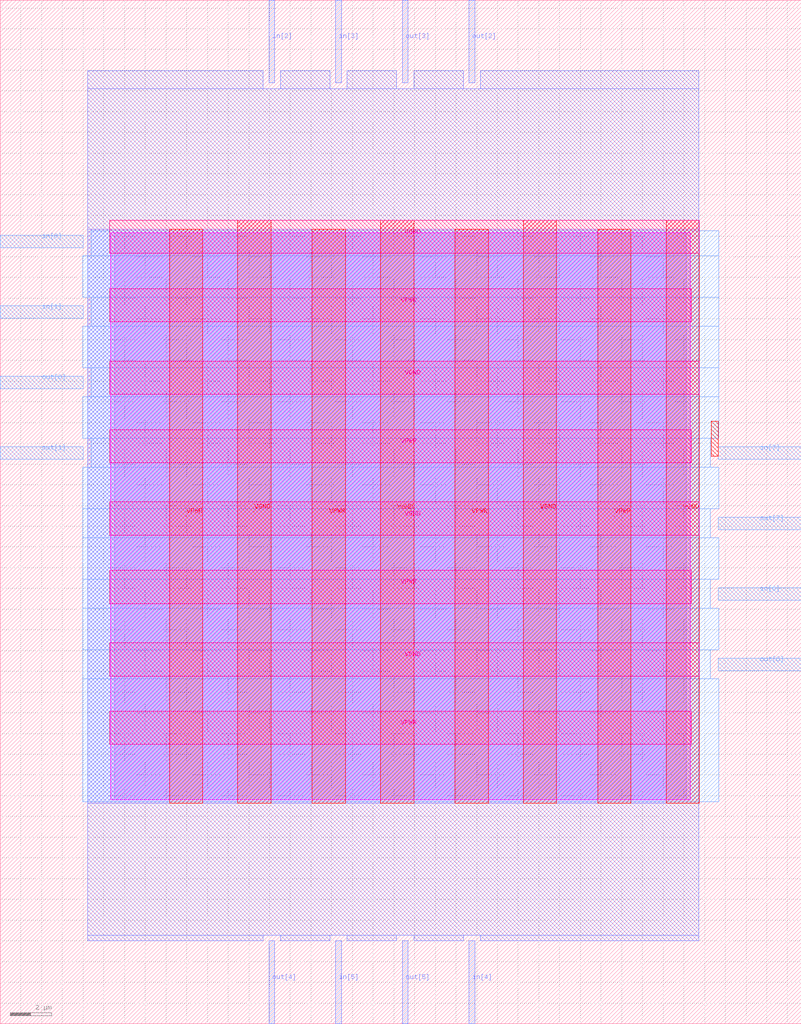
<source format=lef>
VERSION 5.7 ;
  NOWIREEXTENSIONATPIN ON ;
  DIVIDERCHAR "/" ;
  BUSBITCHARS "[]" ;
MACRO twos_complement
  CLASS BLOCK ;
  FOREIGN twos_complement ;
  ORIGIN 0.000 0.000 ;
  SIZE 38.665 BY 49.385 ;
  PIN VGND
    DIRECTION INOUT ;
    USE GROUND ;
    PORT
      LAYER met4 ;
        RECT 11.465 10.640 13.065 38.760 ;
    END
    PORT
      LAYER met4 ;
        RECT 18.360 10.640 19.960 38.760 ;
    END
    PORT
      LAYER met4 ;
        RECT 25.255 10.640 26.855 38.760 ;
    END
    PORT
      LAYER met4 ;
        RECT 32.150 10.640 33.750 38.760 ;
    END
    PORT
      LAYER met5 ;
        RECT 5.280 16.775 33.750 18.375 ;
    END
    PORT
      LAYER met5 ;
        RECT 5.280 23.570 33.750 25.170 ;
    END
    PORT
      LAYER met5 ;
        RECT 5.280 30.365 33.750 31.965 ;
    END
    PORT
      LAYER met5 ;
        RECT 5.280 37.160 33.750 38.760 ;
    END
  END VGND
  PIN VPWR
    DIRECTION INOUT ;
    USE POWER ;
    PORT
      LAYER met4 ;
        RECT 8.165 10.640 9.765 38.320 ;
    END
    PORT
      LAYER met4 ;
        RECT 15.060 10.640 16.660 38.320 ;
    END
    PORT
      LAYER met4 ;
        RECT 21.955 10.640 23.555 38.320 ;
    END
    PORT
      LAYER met4 ;
        RECT 28.850 10.640 30.450 38.320 ;
    END
    PORT
      LAYER met5 ;
        RECT 5.280 13.475 33.360 15.075 ;
    END
    PORT
      LAYER met5 ;
        RECT 5.280 20.270 33.360 21.870 ;
    END
    PORT
      LAYER met5 ;
        RECT 5.280 27.065 33.360 28.665 ;
    END
    PORT
      LAYER met5 ;
        RECT 5.280 33.860 33.360 35.460 ;
    END
  END VPWR
  PIN in[0]
    DIRECTION INPUT ;
    USE SIGNAL ;
    ANTENNAGATEAREA 0.196500 ;
    PORT
      LAYER met3 ;
        RECT 0.000 37.440 4.000 38.040 ;
    END
  END in[0]
  PIN in[1]
    DIRECTION INPUT ;
    USE SIGNAL ;
    ANTENNAGATEAREA 0.196500 ;
    PORT
      LAYER met3 ;
        RECT 0.000 34.040 4.000 34.640 ;
    END
  END in[1]
  PIN in[2]
    DIRECTION INPUT ;
    USE SIGNAL ;
    ANTENNAGATEAREA 0.196500 ;
    PORT
      LAYER met2 ;
        RECT 12.970 45.385 13.250 49.385 ;
    END
  END in[2]
  PIN in[3]
    DIRECTION INPUT ;
    USE SIGNAL ;
    ANTENNAGATEAREA 0.196500 ;
    PORT
      LAYER met2 ;
        RECT 16.190 45.385 16.470 49.385 ;
    END
  END in[3]
  PIN in[4]
    DIRECTION INPUT ;
    USE SIGNAL ;
    ANTENNAGATEAREA 0.196500 ;
    PORT
      LAYER met2 ;
        RECT 22.630 0.000 22.910 4.000 ;
    END
  END in[4]
  PIN in[5]
    DIRECTION INPUT ;
    USE SIGNAL ;
    ANTENNAGATEAREA 0.196500 ;
    PORT
      LAYER met2 ;
        RECT 16.190 0.000 16.470 4.000 ;
    END
  END in[5]
  PIN in[6]
    DIRECTION INPUT ;
    USE SIGNAL ;
    ANTENNAGATEAREA 0.196500 ;
    PORT
      LAYER met3 ;
        RECT 34.665 20.440 38.665 21.040 ;
    END
  END in[6]
  PIN in[7]
    DIRECTION INPUT ;
    USE SIGNAL ;
    ANTENNAGATEAREA 0.196500 ;
    PORT
      LAYER met3 ;
        RECT 34.665 27.240 38.665 27.840 ;
    END
  END in[7]
  PIN out[0]
    DIRECTION OUTPUT ;
    USE SIGNAL ;
    ANTENNADIFFAREA 0.445500 ;
    PORT
      LAYER met3 ;
        RECT 0.000 30.640 4.000 31.240 ;
    END
  END out[0]
  PIN out[1]
    DIRECTION OUTPUT ;
    USE SIGNAL ;
    ANTENNADIFFAREA 0.445500 ;
    PORT
      LAYER met3 ;
        RECT 0.000 27.240 4.000 27.840 ;
    END
  END out[1]
  PIN out[2]
    DIRECTION OUTPUT ;
    USE SIGNAL ;
    ANTENNADIFFAREA 0.795200 ;
    PORT
      LAYER met2 ;
        RECT 22.630 45.385 22.910 49.385 ;
    END
  END out[2]
  PIN out[3]
    DIRECTION OUTPUT ;
    USE SIGNAL ;
    ANTENNADIFFAREA 0.795200 ;
    PORT
      LAYER met2 ;
        RECT 19.410 45.385 19.690 49.385 ;
    END
  END out[3]
  PIN out[4]
    DIRECTION OUTPUT ;
    USE SIGNAL ;
    ANTENNADIFFAREA 0.445500 ;
    PORT
      LAYER met2 ;
        RECT 12.970 0.000 13.250 4.000 ;
    END
  END out[4]
  PIN out[5]
    DIRECTION OUTPUT ;
    USE SIGNAL ;
    ANTENNADIFFAREA 0.445500 ;
    PORT
      LAYER met2 ;
        RECT 19.410 0.000 19.690 4.000 ;
    END
  END out[5]
  PIN out[6]
    DIRECTION OUTPUT ;
    USE SIGNAL ;
    ANTENNADIFFAREA 0.445500 ;
    PORT
      LAYER met3 ;
        RECT 34.665 17.040 38.665 17.640 ;
    END
  END out[6]
  PIN out[7]
    DIRECTION OUTPUT ;
    USE SIGNAL ;
    ANTENNADIFFAREA 0.445500 ;
    PORT
      LAYER met3 ;
        RECT 34.665 23.840 38.665 24.440 ;
    END
  END out[7]
  OBS
      LAYER nwell ;
        RECT 5.330 10.795 33.310 38.165 ;
      LAYER li1 ;
        RECT 5.520 10.795 33.120 38.165 ;
      LAYER met1 ;
        RECT 4.210 10.640 33.750 38.320 ;
      LAYER met2 ;
        RECT 4.230 45.105 12.690 45.970 ;
        RECT 13.530 45.105 15.910 45.970 ;
        RECT 16.750 45.105 19.130 45.970 ;
        RECT 19.970 45.105 22.350 45.970 ;
        RECT 23.190 45.105 33.720 45.970 ;
        RECT 4.230 4.280 33.720 45.105 ;
        RECT 4.230 4.000 12.690 4.280 ;
        RECT 13.530 4.000 15.910 4.280 ;
        RECT 16.750 4.000 19.130 4.280 ;
        RECT 19.970 4.000 22.350 4.280 ;
        RECT 23.190 4.000 33.720 4.280 ;
      LAYER met3 ;
        RECT 4.400 37.040 34.690 38.245 ;
        RECT 3.990 35.040 34.690 37.040 ;
        RECT 4.400 33.640 34.690 35.040 ;
        RECT 3.990 31.640 34.690 33.640 ;
        RECT 4.400 30.240 34.690 31.640 ;
        RECT 3.990 28.240 34.690 30.240 ;
        RECT 4.400 26.840 34.265 28.240 ;
        RECT 3.990 24.840 34.690 26.840 ;
        RECT 3.990 23.440 34.265 24.840 ;
        RECT 3.990 21.440 34.690 23.440 ;
        RECT 3.990 20.040 34.265 21.440 ;
        RECT 3.990 18.040 34.690 20.040 ;
        RECT 3.990 16.640 34.265 18.040 ;
        RECT 3.990 10.715 34.690 16.640 ;
      LAYER met4 ;
        RECT 34.335 27.375 34.665 29.065 ;
  END
END twos_complement
END LIBRARY


</source>
